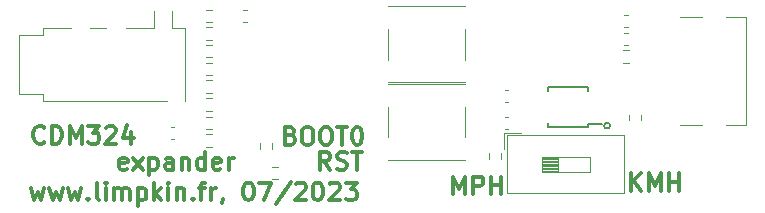
<source format=gto>
%TF.GenerationSoftware,KiCad,Pcbnew,7.0.1*%
%TF.CreationDate,2023-07-08T21:15:05-04:00*%
%TF.ProjectId,cdm324_exp,63646d33-3234-45f6-9578-702e6b696361,rev?*%
%TF.SameCoordinates,Original*%
%TF.FileFunction,Legend,Top*%
%TF.FilePolarity,Positive*%
%FSLAX46Y46*%
G04 Gerber Fmt 4.6, Leading zero omitted, Abs format (unit mm)*
G04 Created by KiCad (PCBNEW 7.0.1) date 2023-07-08 21:15:05*
%MOMM*%
%LPD*%
G01*
G04 APERTURE LIST*
%ADD10C,0.300000*%
%ADD11C,0.150000*%
%ADD12C,0.120000*%
G04 APERTURE END LIST*
D10*
X102207142Y-105430714D02*
X102421428Y-105502142D01*
X102421428Y-105502142D02*
X102492857Y-105573571D01*
X102492857Y-105573571D02*
X102564285Y-105716428D01*
X102564285Y-105716428D02*
X102564285Y-105930714D01*
X102564285Y-105930714D02*
X102492857Y-106073571D01*
X102492857Y-106073571D02*
X102421428Y-106145000D01*
X102421428Y-106145000D02*
X102278571Y-106216428D01*
X102278571Y-106216428D02*
X101707142Y-106216428D01*
X101707142Y-106216428D02*
X101707142Y-104716428D01*
X101707142Y-104716428D02*
X102207142Y-104716428D01*
X102207142Y-104716428D02*
X102350000Y-104787857D01*
X102350000Y-104787857D02*
X102421428Y-104859285D01*
X102421428Y-104859285D02*
X102492857Y-105002142D01*
X102492857Y-105002142D02*
X102492857Y-105145000D01*
X102492857Y-105145000D02*
X102421428Y-105287857D01*
X102421428Y-105287857D02*
X102350000Y-105359285D01*
X102350000Y-105359285D02*
X102207142Y-105430714D01*
X102207142Y-105430714D02*
X101707142Y-105430714D01*
X103492857Y-104716428D02*
X103778571Y-104716428D01*
X103778571Y-104716428D02*
X103921428Y-104787857D01*
X103921428Y-104787857D02*
X104064285Y-104930714D01*
X104064285Y-104930714D02*
X104135714Y-105216428D01*
X104135714Y-105216428D02*
X104135714Y-105716428D01*
X104135714Y-105716428D02*
X104064285Y-106002142D01*
X104064285Y-106002142D02*
X103921428Y-106145000D01*
X103921428Y-106145000D02*
X103778571Y-106216428D01*
X103778571Y-106216428D02*
X103492857Y-106216428D01*
X103492857Y-106216428D02*
X103350000Y-106145000D01*
X103350000Y-106145000D02*
X103207142Y-106002142D01*
X103207142Y-106002142D02*
X103135714Y-105716428D01*
X103135714Y-105716428D02*
X103135714Y-105216428D01*
X103135714Y-105216428D02*
X103207142Y-104930714D01*
X103207142Y-104930714D02*
X103350000Y-104787857D01*
X103350000Y-104787857D02*
X103492857Y-104716428D01*
X105064286Y-104716428D02*
X105350000Y-104716428D01*
X105350000Y-104716428D02*
X105492857Y-104787857D01*
X105492857Y-104787857D02*
X105635714Y-104930714D01*
X105635714Y-104930714D02*
X105707143Y-105216428D01*
X105707143Y-105216428D02*
X105707143Y-105716428D01*
X105707143Y-105716428D02*
X105635714Y-106002142D01*
X105635714Y-106002142D02*
X105492857Y-106145000D01*
X105492857Y-106145000D02*
X105350000Y-106216428D01*
X105350000Y-106216428D02*
X105064286Y-106216428D01*
X105064286Y-106216428D02*
X104921429Y-106145000D01*
X104921429Y-106145000D02*
X104778571Y-106002142D01*
X104778571Y-106002142D02*
X104707143Y-105716428D01*
X104707143Y-105716428D02*
X104707143Y-105216428D01*
X104707143Y-105216428D02*
X104778571Y-104930714D01*
X104778571Y-104930714D02*
X104921429Y-104787857D01*
X104921429Y-104787857D02*
X105064286Y-104716428D01*
X106135715Y-104716428D02*
X106992858Y-104716428D01*
X106564286Y-106216428D02*
X106564286Y-104716428D01*
X107778572Y-104716428D02*
X107921429Y-104716428D01*
X107921429Y-104716428D02*
X108064286Y-104787857D01*
X108064286Y-104787857D02*
X108135715Y-104859285D01*
X108135715Y-104859285D02*
X108207143Y-105002142D01*
X108207143Y-105002142D02*
X108278572Y-105287857D01*
X108278572Y-105287857D02*
X108278572Y-105645000D01*
X108278572Y-105645000D02*
X108207143Y-105930714D01*
X108207143Y-105930714D02*
X108135715Y-106073571D01*
X108135715Y-106073571D02*
X108064286Y-106145000D01*
X108064286Y-106145000D02*
X107921429Y-106216428D01*
X107921429Y-106216428D02*
X107778572Y-106216428D01*
X107778572Y-106216428D02*
X107635715Y-106145000D01*
X107635715Y-106145000D02*
X107564286Y-106073571D01*
X107564286Y-106073571D02*
X107492857Y-105930714D01*
X107492857Y-105930714D02*
X107421429Y-105645000D01*
X107421429Y-105645000D02*
X107421429Y-105287857D01*
X107421429Y-105287857D02*
X107492857Y-105002142D01*
X107492857Y-105002142D02*
X107564286Y-104859285D01*
X107564286Y-104859285D02*
X107635715Y-104787857D01*
X107635715Y-104787857D02*
X107778572Y-104716428D01*
X105564285Y-108316428D02*
X105064285Y-107602142D01*
X104707142Y-108316428D02*
X104707142Y-106816428D01*
X104707142Y-106816428D02*
X105278571Y-106816428D01*
X105278571Y-106816428D02*
X105421428Y-106887857D01*
X105421428Y-106887857D02*
X105492857Y-106959285D01*
X105492857Y-106959285D02*
X105564285Y-107102142D01*
X105564285Y-107102142D02*
X105564285Y-107316428D01*
X105564285Y-107316428D02*
X105492857Y-107459285D01*
X105492857Y-107459285D02*
X105421428Y-107530714D01*
X105421428Y-107530714D02*
X105278571Y-107602142D01*
X105278571Y-107602142D02*
X104707142Y-107602142D01*
X106135714Y-108245000D02*
X106350000Y-108316428D01*
X106350000Y-108316428D02*
X106707142Y-108316428D01*
X106707142Y-108316428D02*
X106850000Y-108245000D01*
X106850000Y-108245000D02*
X106921428Y-108173571D01*
X106921428Y-108173571D02*
X106992857Y-108030714D01*
X106992857Y-108030714D02*
X106992857Y-107887857D01*
X106992857Y-107887857D02*
X106921428Y-107745000D01*
X106921428Y-107745000D02*
X106850000Y-107673571D01*
X106850000Y-107673571D02*
X106707142Y-107602142D01*
X106707142Y-107602142D02*
X106421428Y-107530714D01*
X106421428Y-107530714D02*
X106278571Y-107459285D01*
X106278571Y-107459285D02*
X106207142Y-107387857D01*
X106207142Y-107387857D02*
X106135714Y-107245000D01*
X106135714Y-107245000D02*
X106135714Y-107102142D01*
X106135714Y-107102142D02*
X106207142Y-106959285D01*
X106207142Y-106959285D02*
X106278571Y-106887857D01*
X106278571Y-106887857D02*
X106421428Y-106816428D01*
X106421428Y-106816428D02*
X106778571Y-106816428D01*
X106778571Y-106816428D02*
X106992857Y-106887857D01*
X107421428Y-106816428D02*
X108278571Y-106816428D01*
X107849999Y-108316428D02*
X107849999Y-106816428D01*
X80214285Y-109916428D02*
X80500000Y-110916428D01*
X80500000Y-110916428D02*
X80785714Y-110202142D01*
X80785714Y-110202142D02*
X81071428Y-110916428D01*
X81071428Y-110916428D02*
X81357142Y-109916428D01*
X81785714Y-109916428D02*
X82071429Y-110916428D01*
X82071429Y-110916428D02*
X82357143Y-110202142D01*
X82357143Y-110202142D02*
X82642857Y-110916428D01*
X82642857Y-110916428D02*
X82928571Y-109916428D01*
X83357143Y-109916428D02*
X83642858Y-110916428D01*
X83642858Y-110916428D02*
X83928572Y-110202142D01*
X83928572Y-110202142D02*
X84214286Y-110916428D01*
X84214286Y-110916428D02*
X84500000Y-109916428D01*
X85071429Y-110773571D02*
X85142858Y-110845000D01*
X85142858Y-110845000D02*
X85071429Y-110916428D01*
X85071429Y-110916428D02*
X85000001Y-110845000D01*
X85000001Y-110845000D02*
X85071429Y-110773571D01*
X85071429Y-110773571D02*
X85071429Y-110916428D01*
X86000001Y-110916428D02*
X85857144Y-110845000D01*
X85857144Y-110845000D02*
X85785715Y-110702142D01*
X85785715Y-110702142D02*
X85785715Y-109416428D01*
X86571429Y-110916428D02*
X86571429Y-109916428D01*
X86571429Y-109416428D02*
X86500001Y-109487857D01*
X86500001Y-109487857D02*
X86571429Y-109559285D01*
X86571429Y-109559285D02*
X86642858Y-109487857D01*
X86642858Y-109487857D02*
X86571429Y-109416428D01*
X86571429Y-109416428D02*
X86571429Y-109559285D01*
X87285715Y-110916428D02*
X87285715Y-109916428D01*
X87285715Y-110059285D02*
X87357144Y-109987857D01*
X87357144Y-109987857D02*
X87500001Y-109916428D01*
X87500001Y-109916428D02*
X87714287Y-109916428D01*
X87714287Y-109916428D02*
X87857144Y-109987857D01*
X87857144Y-109987857D02*
X87928573Y-110130714D01*
X87928573Y-110130714D02*
X87928573Y-110916428D01*
X87928573Y-110130714D02*
X88000001Y-109987857D01*
X88000001Y-109987857D02*
X88142858Y-109916428D01*
X88142858Y-109916428D02*
X88357144Y-109916428D01*
X88357144Y-109916428D02*
X88500001Y-109987857D01*
X88500001Y-109987857D02*
X88571430Y-110130714D01*
X88571430Y-110130714D02*
X88571430Y-110916428D01*
X89285715Y-109916428D02*
X89285715Y-111416428D01*
X89285715Y-109987857D02*
X89428573Y-109916428D01*
X89428573Y-109916428D02*
X89714287Y-109916428D01*
X89714287Y-109916428D02*
X89857144Y-109987857D01*
X89857144Y-109987857D02*
X89928573Y-110059285D01*
X89928573Y-110059285D02*
X90000001Y-110202142D01*
X90000001Y-110202142D02*
X90000001Y-110630714D01*
X90000001Y-110630714D02*
X89928573Y-110773571D01*
X89928573Y-110773571D02*
X89857144Y-110845000D01*
X89857144Y-110845000D02*
X89714287Y-110916428D01*
X89714287Y-110916428D02*
X89428573Y-110916428D01*
X89428573Y-110916428D02*
X89285715Y-110845000D01*
X90642858Y-110916428D02*
X90642858Y-109416428D01*
X90785716Y-110345000D02*
X91214287Y-110916428D01*
X91214287Y-109916428D02*
X90642858Y-110487857D01*
X91857144Y-110916428D02*
X91857144Y-109916428D01*
X91857144Y-109416428D02*
X91785716Y-109487857D01*
X91785716Y-109487857D02*
X91857144Y-109559285D01*
X91857144Y-109559285D02*
X91928573Y-109487857D01*
X91928573Y-109487857D02*
X91857144Y-109416428D01*
X91857144Y-109416428D02*
X91857144Y-109559285D01*
X92571430Y-109916428D02*
X92571430Y-110916428D01*
X92571430Y-110059285D02*
X92642859Y-109987857D01*
X92642859Y-109987857D02*
X92785716Y-109916428D01*
X92785716Y-109916428D02*
X93000002Y-109916428D01*
X93000002Y-109916428D02*
X93142859Y-109987857D01*
X93142859Y-109987857D02*
X93214288Y-110130714D01*
X93214288Y-110130714D02*
X93214288Y-110916428D01*
X93928573Y-110773571D02*
X94000002Y-110845000D01*
X94000002Y-110845000D02*
X93928573Y-110916428D01*
X93928573Y-110916428D02*
X93857145Y-110845000D01*
X93857145Y-110845000D02*
X93928573Y-110773571D01*
X93928573Y-110773571D02*
X93928573Y-110916428D01*
X94428574Y-109916428D02*
X95000002Y-109916428D01*
X94642859Y-110916428D02*
X94642859Y-109630714D01*
X94642859Y-109630714D02*
X94714288Y-109487857D01*
X94714288Y-109487857D02*
X94857145Y-109416428D01*
X94857145Y-109416428D02*
X95000002Y-109416428D01*
X95500002Y-110916428D02*
X95500002Y-109916428D01*
X95500002Y-110202142D02*
X95571431Y-110059285D01*
X95571431Y-110059285D02*
X95642860Y-109987857D01*
X95642860Y-109987857D02*
X95785717Y-109916428D01*
X95785717Y-109916428D02*
X95928574Y-109916428D01*
X96500002Y-110845000D02*
X96500002Y-110916428D01*
X96500002Y-110916428D02*
X96428573Y-111059285D01*
X96428573Y-111059285D02*
X96357145Y-111130714D01*
X98571431Y-109416428D02*
X98714288Y-109416428D01*
X98714288Y-109416428D02*
X98857145Y-109487857D01*
X98857145Y-109487857D02*
X98928574Y-109559285D01*
X98928574Y-109559285D02*
X99000002Y-109702142D01*
X99000002Y-109702142D02*
X99071431Y-109987857D01*
X99071431Y-109987857D02*
X99071431Y-110345000D01*
X99071431Y-110345000D02*
X99000002Y-110630714D01*
X99000002Y-110630714D02*
X98928574Y-110773571D01*
X98928574Y-110773571D02*
X98857145Y-110845000D01*
X98857145Y-110845000D02*
X98714288Y-110916428D01*
X98714288Y-110916428D02*
X98571431Y-110916428D01*
X98571431Y-110916428D02*
X98428574Y-110845000D01*
X98428574Y-110845000D02*
X98357145Y-110773571D01*
X98357145Y-110773571D02*
X98285716Y-110630714D01*
X98285716Y-110630714D02*
X98214288Y-110345000D01*
X98214288Y-110345000D02*
X98214288Y-109987857D01*
X98214288Y-109987857D02*
X98285716Y-109702142D01*
X98285716Y-109702142D02*
X98357145Y-109559285D01*
X98357145Y-109559285D02*
X98428574Y-109487857D01*
X98428574Y-109487857D02*
X98571431Y-109416428D01*
X99571430Y-109416428D02*
X100571430Y-109416428D01*
X100571430Y-109416428D02*
X99928573Y-110916428D01*
X102214287Y-109345000D02*
X100928573Y-111273571D01*
X102642859Y-109559285D02*
X102714287Y-109487857D01*
X102714287Y-109487857D02*
X102857145Y-109416428D01*
X102857145Y-109416428D02*
X103214287Y-109416428D01*
X103214287Y-109416428D02*
X103357145Y-109487857D01*
X103357145Y-109487857D02*
X103428573Y-109559285D01*
X103428573Y-109559285D02*
X103500002Y-109702142D01*
X103500002Y-109702142D02*
X103500002Y-109845000D01*
X103500002Y-109845000D02*
X103428573Y-110059285D01*
X103428573Y-110059285D02*
X102571430Y-110916428D01*
X102571430Y-110916428D02*
X103500002Y-110916428D01*
X104428573Y-109416428D02*
X104571430Y-109416428D01*
X104571430Y-109416428D02*
X104714287Y-109487857D01*
X104714287Y-109487857D02*
X104785716Y-109559285D01*
X104785716Y-109559285D02*
X104857144Y-109702142D01*
X104857144Y-109702142D02*
X104928573Y-109987857D01*
X104928573Y-109987857D02*
X104928573Y-110345000D01*
X104928573Y-110345000D02*
X104857144Y-110630714D01*
X104857144Y-110630714D02*
X104785716Y-110773571D01*
X104785716Y-110773571D02*
X104714287Y-110845000D01*
X104714287Y-110845000D02*
X104571430Y-110916428D01*
X104571430Y-110916428D02*
X104428573Y-110916428D01*
X104428573Y-110916428D02*
X104285716Y-110845000D01*
X104285716Y-110845000D02*
X104214287Y-110773571D01*
X104214287Y-110773571D02*
X104142858Y-110630714D01*
X104142858Y-110630714D02*
X104071430Y-110345000D01*
X104071430Y-110345000D02*
X104071430Y-109987857D01*
X104071430Y-109987857D02*
X104142858Y-109702142D01*
X104142858Y-109702142D02*
X104214287Y-109559285D01*
X104214287Y-109559285D02*
X104285716Y-109487857D01*
X104285716Y-109487857D02*
X104428573Y-109416428D01*
X105500001Y-109559285D02*
X105571429Y-109487857D01*
X105571429Y-109487857D02*
X105714287Y-109416428D01*
X105714287Y-109416428D02*
X106071429Y-109416428D01*
X106071429Y-109416428D02*
X106214287Y-109487857D01*
X106214287Y-109487857D02*
X106285715Y-109559285D01*
X106285715Y-109559285D02*
X106357144Y-109702142D01*
X106357144Y-109702142D02*
X106357144Y-109845000D01*
X106357144Y-109845000D02*
X106285715Y-110059285D01*
X106285715Y-110059285D02*
X105428572Y-110916428D01*
X105428572Y-110916428D02*
X106357144Y-110916428D01*
X106857143Y-109416428D02*
X107785715Y-109416428D01*
X107785715Y-109416428D02*
X107285715Y-109987857D01*
X107285715Y-109987857D02*
X107500000Y-109987857D01*
X107500000Y-109987857D02*
X107642858Y-110059285D01*
X107642858Y-110059285D02*
X107714286Y-110130714D01*
X107714286Y-110130714D02*
X107785715Y-110273571D01*
X107785715Y-110273571D02*
X107785715Y-110630714D01*
X107785715Y-110630714D02*
X107714286Y-110773571D01*
X107714286Y-110773571D02*
X107642858Y-110845000D01*
X107642858Y-110845000D02*
X107500000Y-110916428D01*
X107500000Y-110916428D02*
X107071429Y-110916428D01*
X107071429Y-110916428D02*
X106928572Y-110845000D01*
X106928572Y-110845000D02*
X106857143Y-110773571D01*
X88328571Y-108245000D02*
X88185714Y-108316428D01*
X88185714Y-108316428D02*
X87900000Y-108316428D01*
X87900000Y-108316428D02*
X87757142Y-108245000D01*
X87757142Y-108245000D02*
X87685714Y-108102142D01*
X87685714Y-108102142D02*
X87685714Y-107530714D01*
X87685714Y-107530714D02*
X87757142Y-107387857D01*
X87757142Y-107387857D02*
X87900000Y-107316428D01*
X87900000Y-107316428D02*
X88185714Y-107316428D01*
X88185714Y-107316428D02*
X88328571Y-107387857D01*
X88328571Y-107387857D02*
X88400000Y-107530714D01*
X88400000Y-107530714D02*
X88400000Y-107673571D01*
X88400000Y-107673571D02*
X87685714Y-107816428D01*
X88899999Y-108316428D02*
X89685714Y-107316428D01*
X88899999Y-107316428D02*
X89685714Y-108316428D01*
X90257142Y-107316428D02*
X90257142Y-108816428D01*
X90257142Y-107387857D02*
X90400000Y-107316428D01*
X90400000Y-107316428D02*
X90685714Y-107316428D01*
X90685714Y-107316428D02*
X90828571Y-107387857D01*
X90828571Y-107387857D02*
X90900000Y-107459285D01*
X90900000Y-107459285D02*
X90971428Y-107602142D01*
X90971428Y-107602142D02*
X90971428Y-108030714D01*
X90971428Y-108030714D02*
X90900000Y-108173571D01*
X90900000Y-108173571D02*
X90828571Y-108245000D01*
X90828571Y-108245000D02*
X90685714Y-108316428D01*
X90685714Y-108316428D02*
X90400000Y-108316428D01*
X90400000Y-108316428D02*
X90257142Y-108245000D01*
X92257143Y-108316428D02*
X92257143Y-107530714D01*
X92257143Y-107530714D02*
X92185714Y-107387857D01*
X92185714Y-107387857D02*
X92042857Y-107316428D01*
X92042857Y-107316428D02*
X91757143Y-107316428D01*
X91757143Y-107316428D02*
X91614285Y-107387857D01*
X92257143Y-108245000D02*
X92114285Y-108316428D01*
X92114285Y-108316428D02*
X91757143Y-108316428D01*
X91757143Y-108316428D02*
X91614285Y-108245000D01*
X91614285Y-108245000D02*
X91542857Y-108102142D01*
X91542857Y-108102142D02*
X91542857Y-107959285D01*
X91542857Y-107959285D02*
X91614285Y-107816428D01*
X91614285Y-107816428D02*
X91757143Y-107745000D01*
X91757143Y-107745000D02*
X92114285Y-107745000D01*
X92114285Y-107745000D02*
X92257143Y-107673571D01*
X92971428Y-107316428D02*
X92971428Y-108316428D01*
X92971428Y-107459285D02*
X93042857Y-107387857D01*
X93042857Y-107387857D02*
X93185714Y-107316428D01*
X93185714Y-107316428D02*
X93400000Y-107316428D01*
X93400000Y-107316428D02*
X93542857Y-107387857D01*
X93542857Y-107387857D02*
X93614286Y-107530714D01*
X93614286Y-107530714D02*
X93614286Y-108316428D01*
X94971429Y-108316428D02*
X94971429Y-106816428D01*
X94971429Y-108245000D02*
X94828571Y-108316428D01*
X94828571Y-108316428D02*
X94542857Y-108316428D01*
X94542857Y-108316428D02*
X94400000Y-108245000D01*
X94400000Y-108245000D02*
X94328571Y-108173571D01*
X94328571Y-108173571D02*
X94257143Y-108030714D01*
X94257143Y-108030714D02*
X94257143Y-107602142D01*
X94257143Y-107602142D02*
X94328571Y-107459285D01*
X94328571Y-107459285D02*
X94400000Y-107387857D01*
X94400000Y-107387857D02*
X94542857Y-107316428D01*
X94542857Y-107316428D02*
X94828571Y-107316428D01*
X94828571Y-107316428D02*
X94971429Y-107387857D01*
X96257143Y-108245000D02*
X96114286Y-108316428D01*
X96114286Y-108316428D02*
X95828572Y-108316428D01*
X95828572Y-108316428D02*
X95685714Y-108245000D01*
X95685714Y-108245000D02*
X95614286Y-108102142D01*
X95614286Y-108102142D02*
X95614286Y-107530714D01*
X95614286Y-107530714D02*
X95685714Y-107387857D01*
X95685714Y-107387857D02*
X95828572Y-107316428D01*
X95828572Y-107316428D02*
X96114286Y-107316428D01*
X96114286Y-107316428D02*
X96257143Y-107387857D01*
X96257143Y-107387857D02*
X96328572Y-107530714D01*
X96328572Y-107530714D02*
X96328572Y-107673571D01*
X96328572Y-107673571D02*
X95614286Y-107816428D01*
X96971428Y-108316428D02*
X96971428Y-107316428D01*
X96971428Y-107602142D02*
X97042857Y-107459285D01*
X97042857Y-107459285D02*
X97114286Y-107387857D01*
X97114286Y-107387857D02*
X97257143Y-107316428D01*
X97257143Y-107316428D02*
X97400000Y-107316428D01*
X81364285Y-105973571D02*
X81292857Y-106045000D01*
X81292857Y-106045000D02*
X81078571Y-106116428D01*
X81078571Y-106116428D02*
X80935714Y-106116428D01*
X80935714Y-106116428D02*
X80721428Y-106045000D01*
X80721428Y-106045000D02*
X80578571Y-105902142D01*
X80578571Y-105902142D02*
X80507142Y-105759285D01*
X80507142Y-105759285D02*
X80435714Y-105473571D01*
X80435714Y-105473571D02*
X80435714Y-105259285D01*
X80435714Y-105259285D02*
X80507142Y-104973571D01*
X80507142Y-104973571D02*
X80578571Y-104830714D01*
X80578571Y-104830714D02*
X80721428Y-104687857D01*
X80721428Y-104687857D02*
X80935714Y-104616428D01*
X80935714Y-104616428D02*
X81078571Y-104616428D01*
X81078571Y-104616428D02*
X81292857Y-104687857D01*
X81292857Y-104687857D02*
X81364285Y-104759285D01*
X82007142Y-106116428D02*
X82007142Y-104616428D01*
X82007142Y-104616428D02*
X82364285Y-104616428D01*
X82364285Y-104616428D02*
X82578571Y-104687857D01*
X82578571Y-104687857D02*
X82721428Y-104830714D01*
X82721428Y-104830714D02*
X82792857Y-104973571D01*
X82792857Y-104973571D02*
X82864285Y-105259285D01*
X82864285Y-105259285D02*
X82864285Y-105473571D01*
X82864285Y-105473571D02*
X82792857Y-105759285D01*
X82792857Y-105759285D02*
X82721428Y-105902142D01*
X82721428Y-105902142D02*
X82578571Y-106045000D01*
X82578571Y-106045000D02*
X82364285Y-106116428D01*
X82364285Y-106116428D02*
X82007142Y-106116428D01*
X83507142Y-106116428D02*
X83507142Y-104616428D01*
X83507142Y-104616428D02*
X84007142Y-105687857D01*
X84007142Y-105687857D02*
X84507142Y-104616428D01*
X84507142Y-104616428D02*
X84507142Y-106116428D01*
X85078571Y-104616428D02*
X86007143Y-104616428D01*
X86007143Y-104616428D02*
X85507143Y-105187857D01*
X85507143Y-105187857D02*
X85721428Y-105187857D01*
X85721428Y-105187857D02*
X85864286Y-105259285D01*
X85864286Y-105259285D02*
X85935714Y-105330714D01*
X85935714Y-105330714D02*
X86007143Y-105473571D01*
X86007143Y-105473571D02*
X86007143Y-105830714D01*
X86007143Y-105830714D02*
X85935714Y-105973571D01*
X85935714Y-105973571D02*
X85864286Y-106045000D01*
X85864286Y-106045000D02*
X85721428Y-106116428D01*
X85721428Y-106116428D02*
X85292857Y-106116428D01*
X85292857Y-106116428D02*
X85150000Y-106045000D01*
X85150000Y-106045000D02*
X85078571Y-105973571D01*
X86578571Y-104759285D02*
X86649999Y-104687857D01*
X86649999Y-104687857D02*
X86792857Y-104616428D01*
X86792857Y-104616428D02*
X87149999Y-104616428D01*
X87149999Y-104616428D02*
X87292857Y-104687857D01*
X87292857Y-104687857D02*
X87364285Y-104759285D01*
X87364285Y-104759285D02*
X87435714Y-104902142D01*
X87435714Y-104902142D02*
X87435714Y-105045000D01*
X87435714Y-105045000D02*
X87364285Y-105259285D01*
X87364285Y-105259285D02*
X86507142Y-106116428D01*
X86507142Y-106116428D02*
X87435714Y-106116428D01*
X88721428Y-105116428D02*
X88721428Y-106116428D01*
X88364285Y-104545000D02*
X88007142Y-105616428D01*
X88007142Y-105616428D02*
X88935713Y-105616428D01*
X131057142Y-110116428D02*
X131057142Y-108616428D01*
X131914285Y-110116428D02*
X131271428Y-109259285D01*
X131914285Y-108616428D02*
X131057142Y-109473571D01*
X132557142Y-110116428D02*
X132557142Y-108616428D01*
X132557142Y-108616428D02*
X133057142Y-109687857D01*
X133057142Y-109687857D02*
X133557142Y-108616428D01*
X133557142Y-108616428D02*
X133557142Y-110116428D01*
X134271428Y-110116428D02*
X134271428Y-108616428D01*
X134271428Y-109330714D02*
X135128571Y-109330714D01*
X135128571Y-110116428D02*
X135128571Y-108616428D01*
X115957142Y-110416428D02*
X115957142Y-108916428D01*
X115957142Y-108916428D02*
X116457142Y-109987857D01*
X116457142Y-109987857D02*
X116957142Y-108916428D01*
X116957142Y-108916428D02*
X116957142Y-110416428D01*
X117671428Y-110416428D02*
X117671428Y-108916428D01*
X117671428Y-108916428D02*
X118242857Y-108916428D01*
X118242857Y-108916428D02*
X118385714Y-108987857D01*
X118385714Y-108987857D02*
X118457143Y-109059285D01*
X118457143Y-109059285D02*
X118528571Y-109202142D01*
X118528571Y-109202142D02*
X118528571Y-109416428D01*
X118528571Y-109416428D02*
X118457143Y-109559285D01*
X118457143Y-109559285D02*
X118385714Y-109630714D01*
X118385714Y-109630714D02*
X118242857Y-109702142D01*
X118242857Y-109702142D02*
X117671428Y-109702142D01*
X119171428Y-110416428D02*
X119171428Y-108916428D01*
X119171428Y-109630714D02*
X120028571Y-109630714D01*
X120028571Y-110416428D02*
X120028571Y-108916428D01*
D11*
X129250000Y-104600000D02*
G75*
G03*
X129250000Y-104600000I-250000J0D01*
G01*
%TO.C,U1*%
X127375000Y-104675000D02*
X127375000Y-104450000D01*
X127375000Y-104675000D02*
X124025000Y-104675000D01*
X127375000Y-104450000D02*
X128600000Y-104450000D01*
X127375000Y-101325000D02*
X127375000Y-101625000D01*
X127375000Y-101325000D02*
X124025000Y-101325000D01*
X124025000Y-104675000D02*
X124025000Y-104375000D01*
X124025000Y-101325000D02*
X124025000Y-101625000D01*
D12*
%TO.C,R2*%
X131872500Y-103662742D02*
X131872500Y-104137258D01*
X130827500Y-103662742D02*
X130827500Y-104137258D01*
%TO.C,FB1*%
X130762779Y-96210000D02*
X130437221Y-96210000D01*
X130762779Y-95190000D02*
X130437221Y-95190000D01*
%TO.C,R4*%
X95037742Y-96277500D02*
X95512258Y-96277500D01*
X95037742Y-97322500D02*
X95512258Y-97322500D01*
%TO.C,C3*%
X120640580Y-102610000D02*
X120359420Y-102610000D01*
X120640580Y-101590000D02*
X120359420Y-101590000D01*
%TO.C,J7*%
X79205000Y-96900000D02*
X79205000Y-101900000D01*
X81205000Y-96300000D02*
X81205000Y-96900000D01*
X81205000Y-96300000D02*
X83580000Y-96300000D01*
X81205000Y-96900000D02*
X79205000Y-96900000D01*
X81205000Y-101900000D02*
X79205000Y-101900000D01*
X81205000Y-101900000D02*
X81205000Y-102500000D01*
X85230000Y-96300000D02*
X86580000Y-96300000D01*
X88230000Y-96300000D02*
X90630000Y-96300000D01*
X90630000Y-96300000D02*
X90630000Y-94900000D01*
X91730000Y-102500000D02*
X81205000Y-102500000D01*
X92180000Y-96300000D02*
X92180000Y-94900000D01*
X92180000Y-96300000D02*
X93305000Y-96300000D01*
X93305000Y-102500000D02*
X93305000Y-96300000D01*
%TO.C,R5*%
X95062742Y-94777500D02*
X95537258Y-94777500D01*
X95062742Y-95822500D02*
X95537258Y-95822500D01*
%TO.C,R11*%
X95062742Y-105327500D02*
X95537258Y-105327500D01*
X95062742Y-106372500D02*
X95537258Y-106372500D01*
%TO.C,R9*%
X95062742Y-102277500D02*
X95537258Y-102277500D01*
X95062742Y-103322500D02*
X95537258Y-103322500D01*
%TO.C,R12*%
X100672500Y-106062742D02*
X100672500Y-106537258D01*
X99627500Y-106062742D02*
X99627500Y-106537258D01*
%TO.C,R8*%
X95062742Y-100777500D02*
X95537258Y-100777500D01*
X95062742Y-101822500D02*
X95537258Y-101822500D01*
%TO.C,SW2*%
X116930000Y-100930000D02*
X110470000Y-100930000D01*
X116930000Y-100900000D02*
X116930000Y-100930000D01*
X116930000Y-99000000D02*
X116930000Y-96400000D01*
X116930000Y-94470000D02*
X116930000Y-94500000D01*
X116930000Y-94470000D02*
X110470000Y-94470000D01*
X110470000Y-100930000D02*
X110470000Y-100900000D01*
X110470000Y-99000000D02*
X110470000Y-96400000D01*
X110470000Y-94470000D02*
X110470000Y-94500000D01*
%TO.C,R10*%
X95062742Y-104872500D02*
X95537258Y-104872500D01*
X95062742Y-103827500D02*
X95537258Y-103827500D01*
%TO.C,R13*%
X101137258Y-109122500D02*
X100662742Y-109122500D01*
X101137258Y-108077500D02*
X100662742Y-108077500D01*
%TO.C,C1*%
X120640580Y-104860000D02*
X120359420Y-104860000D01*
X120640580Y-103840000D02*
X120359420Y-103840000D01*
%TO.C,SW1*%
X116930000Y-107530000D02*
X110470000Y-107530000D01*
X116930000Y-107500000D02*
X116930000Y-107530000D01*
X116930000Y-105600000D02*
X116930000Y-103000000D01*
X116930000Y-101070000D02*
X116930000Y-101100000D01*
X116930000Y-101070000D02*
X110470000Y-101070000D01*
X110470000Y-107530000D02*
X110470000Y-107500000D01*
X110470000Y-105600000D02*
X110470000Y-103000000D01*
X110470000Y-101070000D02*
X110470000Y-101100000D01*
%TO.C,C4*%
X98209420Y-94790000D02*
X98490580Y-94790000D01*
X98209420Y-95810000D02*
X98490580Y-95810000D01*
%TO.C,R1*%
X118977500Y-107387258D02*
X118977500Y-106912742D01*
X120022500Y-107387258D02*
X120022500Y-106912742D01*
%TO.C,SW3*%
X120302500Y-105190000D02*
X120302500Y-106573000D01*
X120302500Y-105190000D02*
X121686500Y-105190000D01*
X120542500Y-105430000D02*
X120542500Y-110270000D01*
X120542500Y-105430000D02*
X130442500Y-105430000D01*
X120542500Y-110270000D02*
X130442500Y-110270000D01*
X123462500Y-107215000D02*
X123462500Y-108485000D01*
X123462500Y-107335000D02*
X124815833Y-107335000D01*
X123462500Y-107455000D02*
X124815833Y-107455000D01*
X123462500Y-107575000D02*
X124815833Y-107575000D01*
X123462500Y-107695000D02*
X124815833Y-107695000D01*
X123462500Y-107815000D02*
X124815833Y-107815000D01*
X123462500Y-107935000D02*
X124815833Y-107935000D01*
X123462500Y-108055000D02*
X124815833Y-108055000D01*
X123462500Y-108175000D02*
X124815833Y-108175000D01*
X123462500Y-108295000D02*
X124815833Y-108295000D01*
X123462500Y-108415000D02*
X124815833Y-108415000D01*
X123462500Y-108485000D02*
X127522500Y-108485000D01*
X124815833Y-107215000D02*
X124815833Y-108485000D01*
X127522500Y-107215000D02*
X123462500Y-107215000D01*
X127522500Y-108485000D02*
X127522500Y-107215000D01*
X130442500Y-105430000D02*
X130442500Y-110270000D01*
%TO.C,C2*%
X130740580Y-97760000D02*
X130459420Y-97760000D01*
X130740580Y-96740000D02*
X130459420Y-96740000D01*
%TO.C,R7*%
X95062742Y-99277500D02*
X95537258Y-99277500D01*
X95062742Y-100322500D02*
X95537258Y-100322500D01*
%TO.C,R3*%
X130837258Y-99272500D02*
X130362742Y-99272500D01*
X130837258Y-98227500D02*
X130362742Y-98227500D01*
%TO.C,J3*%
X135150000Y-104580000D02*
X137070000Y-104580000D01*
X140785000Y-104580000D02*
X139080000Y-104580000D01*
X137070000Y-95420000D02*
X135150000Y-95420000D01*
X139080000Y-95420000D02*
X140785000Y-95420000D01*
X140785000Y-95420000D02*
X140785000Y-104580000D01*
%TO.C,R6*%
X95537258Y-98822500D02*
X95062742Y-98822500D01*
X95537258Y-97777500D02*
X95062742Y-97777500D01*
%TO.C,C5*%
X92340580Y-104690000D02*
X92059420Y-104690000D01*
X92340580Y-105710000D02*
X92059420Y-105710000D01*
%TD*%
M02*

</source>
